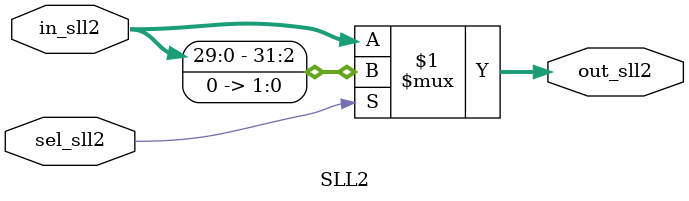
<source format=v>
module SLL2 (in_sll2, sel_sll2, out_sll2);
  input [31:0] in_sll2;
  input sel_sll2;
  output [31:0] out_sll2;
  
  assign out_sll2 = (sel_sll2) ? {in_sll2[29:0],2'b0} : in_sll2;
endmodule

</source>
